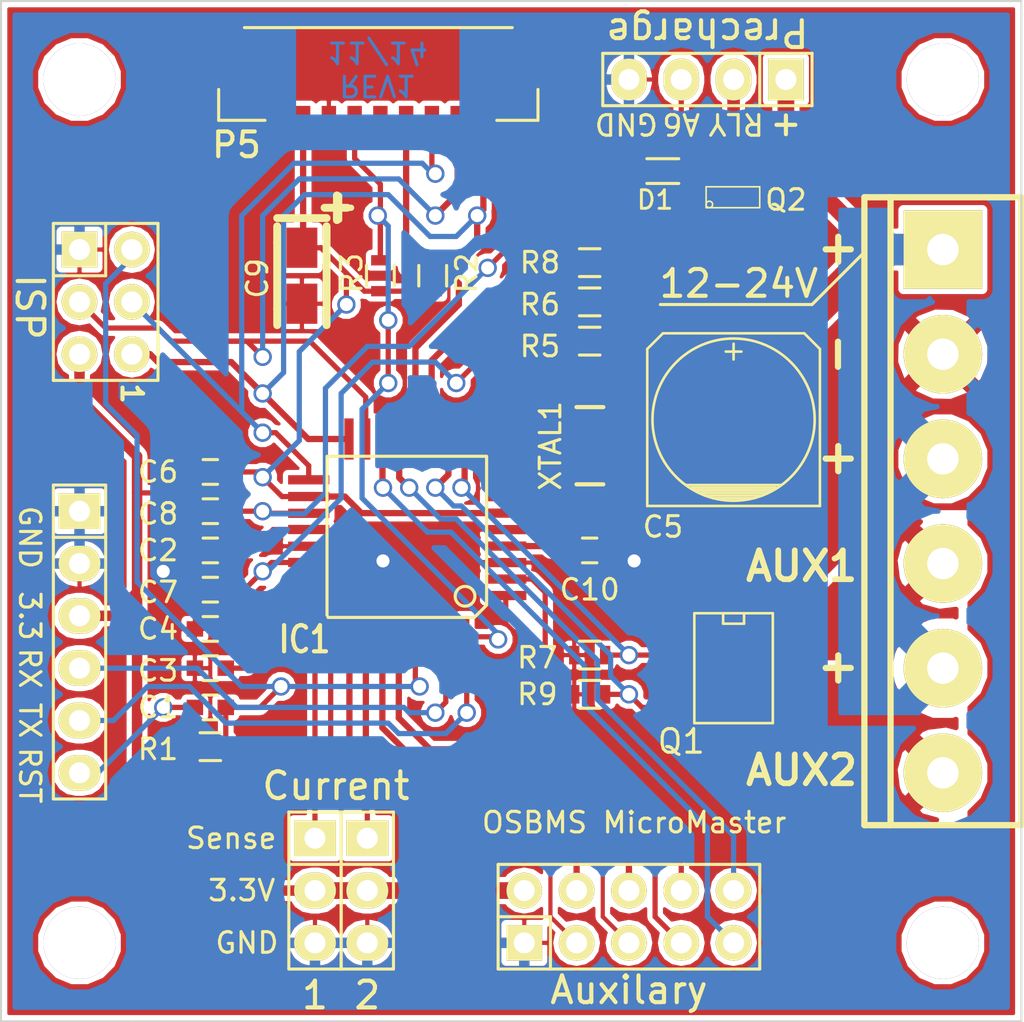
<source format=kicad_pcb>
(kicad_pcb (version 4) (host pcbnew "(2014-10-13 BZR 5186)-product")
  (layers (0 F.Cu signal) (31 B.Cu signal) (34 B.Paste user) (35 F.Paste user) (36 B.SilkS user) (37 F.SilkS user) (38 B.Mask user) (39 F.Mask user) (44 Edge.Cuts user))
  (net 0 "")
  (net 1 /S-RST)
  (net 2 RESET)
  (net 3 GND)
  (net 4 "Net-(C2-Pad2)")
  (net 5 +12V)
  (net 6 +3.3V)
  (net 7 A0)
  (net 8 A1)
  (net 9 "Net-(IC1-Pad8)")
  (net 10 "Net-(IC1-Pad7)")
  (net 11 D4)
  (net 12 D3*)
  (net 13 SCK/13)
  (net 14 A6)
  (net 15 A7)
  (net 16 Int0/2)
  (net 17 TXD)
  (net 18 RXD)
  (net 19 SCL/A5)
  (net 20 SDA/A4)
  (net 21 D5*)
  (net 22 D6*)
  (net 23 D7)
  (net 24 D9*)
  (net 25 D10*)
  (net 26 MISO)
  (net 27 "Net-(P10-Pad2)")
  (net 28 CS_N)
  (net 29 "Net-(P5-Pad5)")
  (net 30 "Net-(P7-Pad4)")
  (net 31 "Net-(P7-Pad6)")
  (net 32 A2)
  (net 33 A3)
  (net 34 MOSI)
  (module Capacitors_SMD:C_0603 (layer F.Cu) (at 35.56 162.56)
    (fp_text reference C1 (at -2.54 0) (layer F.SilkS))
    (fp_text value 100NF hide)
    (pad 1 smd rect (at -0.75 0) (size 0.8 0.75) (layers F.Cu F.Paste F.Mask) (net 1 /S-RST))
    (pad 2 smd rect (at 0.75 0) (size 0.8 0.75) (layers F.Cu F.Paste F.Mask) (net 2 RESET))
  )
  (module Capacitors_SMD:C_0603 (layer F.Cu) (at 35.56 154.94)
    (fp_text reference C2 (at -2.54 0) (layer F.SilkS))
    (fp_text value 100NF hide)
    (pad 1 smd rect (at -0.75 0) (size 0.8 0.75) (layers F.Cu F.Paste F.Mask) (net 3 GND))
    (pad 2 smd rect (at 0.75 0) (size 0.8 0.75) (layers F.Cu F.Paste F.Mask) (net 4 "Net-(C2-Pad2)"))
  )
  (module Capacitors_SMD:C_0603 (layer F.Cu) (at 35.56 160.655)
    (fp_text reference C3 (at -2.54 0.127) (layer F.SilkS))
    (fp_text value 100NF hide)
    (pad 1 smd rect (at -0.75 0) (size 0.8 0.75) (layers F.Cu F.Paste F.Mask) (net 3 GND))
    (pad 2 smd rect (at 0.75 0) (size 0.8 0.75) (layers F.Cu F.Paste F.Mask) (net 8 A1))
  )
  (module Capacitors_SMD:C_0603 (layer F.Cu) (at 35.56 158.75)
    (fp_text reference C4 (at -2.54 0) (layer F.SilkS))
    (fp_text value 100NF hide)
    (pad 1 smd rect (at -0.75 0) (size 0.8 0.75) (layers F.Cu F.Paste F.Mask) (net 3 GND))
    (pad 2 smd rect (at 0.75 0) (size 0.8 0.75) (layers F.Cu F.Paste F.Mask) (net 7 A0))
  )
  (module Capacitors_SMD:c_elec_8x10 (layer F.Cu) (at 60.96 148.59 90)
    (fp_text reference C5 (at -5.207 -3.429 180) (layer F.SilkS))
    (fp_text value CP1 hide)
    (pad 1 smd rect (at 3.2512 0 90) (size 3.50012 2.4003) (layers F.Cu F.Paste F.Mask) (net 5 +12V))
    (pad 2 smd rect (at -3.2512 0 90) (size 3.50012 2.4003) (layers F.Cu F.Paste F.Mask) (net 3 GND))
  )
  (module Capacitors_SMD:C_0603 (layer F.Cu) (at 35.56 151.13)
    (fp_text reference C6 (at -2.54 0) (layer F.SilkS))
    (fp_text value 100NF hide)
    (pad 1 smd rect (at -0.75 0) (size 0.8 0.75) (layers F.Cu F.Paste F.Mask) (net 3 GND))
    (pad 2 smd rect (at 0.75 0) (size 0.8 0.75) (layers F.Cu F.Paste F.Mask) (net 6 +3.3V))
  )
  (module Capacitors_SMD:C_0603 (layer F.Cu) (at 35.56 156.845)
    (fp_text reference C7 (at -2.54 0.127) (layer F.SilkS))
    (fp_text value 100NF hide)
    (pad 1 smd rect (at -0.75 0) (size 0.8 0.75) (layers F.Cu F.Paste F.Mask) (net 3 GND))
    (pad 2 smd rect (at 0.75 0) (size 0.8 0.75) (layers F.Cu F.Paste F.Mask) (net 15 A7))
  )
  (module Capacitors_SMD:C_0603 (layer F.Cu) (at 35.56 153.035)
    (fp_text reference C8 (at -2.54 0.127) (layer F.SilkS))
    (fp_text value 100NF hide)
    (pad 1 smd rect (at -0.75 0) (size 0.8 0.75) (layers F.Cu F.Paste F.Mask) (net 3 GND))
    (pad 2 smd rect (at 0.75 0) (size 0.8 0.75) (layers F.Cu F.Paste F.Mask) (net 14 A6))
  )
  (module Capacitors_Tantalum_SMD:TantalC_SizeA_EIA-3216_Reflow (layer F.Cu) (at 40.005 141.605 270)
    (fp_text reference C9 (at 0.127 2.159 270) (layer F.SilkS))
    (fp_text value "33uF PolC" hide)
    (fp_text user + (at -3.29946 -1.69926 270) (layer F.SilkS) (effects (font (thickness 0.3048))))
    (pad 2 smd rect (at 1.3589 0 270) (size 1.95072 1.50114) (layers F.Cu F.Paste F.Mask) (net 3 GND))
    (pad 1 smd rect (at -1.3589 0 270) (size 1.95072 1.50114) (layers F.Cu F.Paste F.Mask) (net 6 +3.3V))
  )
  (module Capacitors_SMD:C_0603 (layer F.Cu) (at 53.975 154.94)
    (fp_text reference C10 (at 0 1.905) (layer F.SilkS))
    (fp_text value 100nF hide)
    (pad 1 smd rect (at -0.75 0) (size 0.8 0.75) (layers F.Cu F.Paste F.Mask) (net 6 +3.3V))
    (pad 2 smd rect (at 0.75 0) (size 0.8 0.75) (layers F.Cu F.Paste F.Mask) (net 3 GND))
  )
  (module Pin_Headers:Pin_Header_Straight_1x06 (layer F.Cu) (at 29.21 159.385 270)
    (fp_text reference P1 hide)
    (fp_text value CONN_01X06 hide)
    (pad 1 thru_hole rect (at -6.35 0 270) (size 1.7272 2.032) (drill 1.016) (layers *.Cu *.Mask F.SilkS) (net 3 GND))
    (pad 2 thru_hole oval (at -3.81 0 270) (size 1.7272 2.032) (drill 1.016) (layers *.Cu *.Mask F.SilkS) (net 3 GND))
    (pad 3 thru_hole oval (at -1.27 0 270) (size 1.7272 2.032) (drill 1.016) (layers *.Cu *.Mask F.SilkS) (net 6 +3.3V))
    (pad 4 thru_hole oval (at 1.27 0 270) (size 1.7272 2.032) (drill 1.016) (layers *.Cu *.Mask F.SilkS) (net 18 RXD))
    (pad 5 thru_hole oval (at 3.81 0 270) (size 1.7272 2.032) (drill 1.016) (layers *.Cu *.Mask F.SilkS) (net 17 TXD))
    (pad 6 thru_hole oval (at 6.35 0 270) (size 1.7272 2.032) (drill 1.016) (layers *.Cu *.Mask F.SilkS) (net 1 /S-RST))
  )
  (module Pin_Headers:Pin_Header_Straight_2x03 (layer F.Cu) (at 30.48 142.875 270)
    (fp_text reference P2 hide)
    (fp_text value CONN_02X03 hide)
    (pad 1 thru_hole rect (at -2.54 1.27 270) (size 1.7272 1.7272) (drill 1.016) (layers *.Cu *.Mask F.SilkS) (net 3 GND))
    (pad 2 thru_hole oval (at -2.54 -1.27 270) (size 1.7272 1.7272) (drill 1.016) (layers *.Cu *.Mask F.SilkS) (net 2 RESET))
    (pad 3 thru_hole oval (at 0 1.27 270) (size 1.7272 1.7272) (drill 1.016) (layers *.Cu *.Mask F.SilkS) (net 34 MOSI))
    (pad 4 thru_hole oval (at 0 -1.27 270) (size 1.7272 1.7272) (drill 1.016) (layers *.Cu *.Mask F.SilkS) (net 13 SCK/13))
    (pad 5 thru_hole oval (at 2.54 1.27 270) (size 1.7272 1.7272) (drill 1.016) (layers *.Cu *.Mask F.SilkS) (net 6 +3.3V))
    (pad 6 thru_hole oval (at 2.54 -1.27 270) (size 1.7272 1.7272) (drill 1.016) (layers *.Cu *.Mask F.SilkS) (net 26 MISO))
  )
  (module Pin_Headers:Pin_Header_Straight_1x03 (layer F.Cu) (at 40.64 171.45 270)
    (fp_text reference P3 hide)
    (fp_text value CONN_01X03 hide)
    (pad 1 thru_hole rect (at -2.54 0 270) (size 1.7272 2.032) (drill 1.016) (layers *.Cu *.Mask F.SilkS) (net 8 A1))
    (pad 2 thru_hole oval (at 0 0 270) (size 1.7272 2.032) (drill 1.016) (layers *.Cu *.Mask F.SilkS) (net 6 +3.3V))
    (pad 3 thru_hole oval (at 2.54 0 270) (size 1.7272 2.032) (drill 1.016) (layers *.Cu *.Mask F.SilkS) (net 3 GND))
  )
  (module Pin_Headers:Pin_Header_Straight_1x03 (layer F.Cu) (at 43.18 171.45 270)
    (fp_text reference P4 hide)
    (fp_text value CONN_01X03 hide)
    (pad 1 thru_hole rect (at -2.54 0 270) (size 1.7272 2.032) (drill 1.016) (layers *.Cu *.Mask F.SilkS) (net 7 A0))
    (pad 2 thru_hole oval (at 0 0 270) (size 1.7272 2.032) (drill 1.016) (layers *.Cu *.Mask F.SilkS) (net 6 +3.3V))
    (pad 3 thru_hole oval (at 2.54 0 270) (size 1.7272 2.032) (drill 1.016) (layers *.Cu *.Mask F.SilkS) (net 3 GND))
  )
  (module Pin_Headers:Pin_Header_Straight_1x04 (layer F.Cu) (at 59.69 132.08 180)
    (fp_text reference P10 hide)
    (fp_text value CONN_01X04 hide)
    (pad 1 thru_hole rect (at -3.81 0 180) (size 1.7272 2.032) (drill 1.016) (layers *.Cu *.Mask F.SilkS) (net 5 +12V))
    (pad 2 thru_hole oval (at -1.27 0 180) (size 1.7272 2.032) (drill 1.016) (layers *.Cu *.Mask F.SilkS) (net 27 "Net-(P10-Pad2)"))
    (pad 3 thru_hole oval (at 1.27 0 180) (size 1.7272 2.032) (drill 1.016) (layers *.Cu *.Mask F.SilkS) (net 14 A6))
    (pad 4 thru_hole oval (at 3.81 0 180) (size 1.7272 2.032) (drill 1.016) (layers *.Cu *.Mask F.SilkS) (net 3 GND))
  )
  (module SMD_Packages:SOIC-8-W (layer F.Cu) (at 60.96 160.655 270)
    (fp_text reference Q1 (at 3.556 2.54 360) (layer F.SilkS) (effects (font (size 1.143 1.143) (thickness 0.1524))))
    (fp_text value FDS6892A hide)
    (pad 8 smd rect (at -1.905 -2.667 270) (size 0.59944 1.39954) (layers F.Cu F.Paste F.Mask) (net 30 "Net-(P7-Pad4)"))
    (pad 1 smd rect (at -1.905 2.667 270) (size 0.59944 1.39954) (layers F.Cu F.Paste F.Mask) (net 3 GND))
    (pad 7 smd rect (at -0.635 -2.667 270) (size 0.59944 1.39954) (layers F.Cu F.Paste F.Mask) (net 30 "Net-(P7-Pad4)"))
    (pad 6 smd rect (at 0.635 -2.667 270) (size 0.59944 1.39954) (layers F.Cu F.Paste F.Mask) (net 31 "Net-(P7-Pad6)"))
    (pad 5 smd rect (at 1.905 -2.667 270) (size 0.59944 1.39954) (layers F.Cu F.Paste F.Mask) (net 31 "Net-(P7-Pad6)"))
    (pad 2 smd rect (at -0.635 2.667 270) (size 0.59944 1.39954) (layers F.Cu F.Paste F.Mask) (net 21 D5*))
    (pad 3 smd rect (at 0.635 2.667 270) (size 0.59944 1.39954) (layers F.Cu F.Paste F.Mask) (net 3 GND))
    (pad 4 smd rect (at 1.905 2.667 270) (size 0.59944 1.39954) (layers F.Cu F.Paste F.Mask) (net 22 D6*))
  )
  (module SOT-23 (layer F.Cu) (at 60.96 137.795)
    (fp_text reference Q2 (at 2.54 0.127) (layer F.SilkS))
    (fp_text value BSS138 hide)
    (pad 3 smd rect (at 0 -1.09982) (size 0.8001 1.00076) (layers F.Cu F.Paste F.Mask) (net 27 "Net-(P10-Pad2)"))
    (pad 2 smd rect (at 0.9525 1.09982) (size 0.8001 1.00076) (layers F.Cu F.Paste F.Mask) (net 3 GND))
    (pad 1 smd rect (at -0.9525 1.09982) (size 0.8001 1.00076) (layers F.Cu F.Paste F.Mask) (net 23 D7))
  )
  (module Resistors_SMD:R_0603 (layer F.Cu) (at 35.56 164.465 180)
    (fp_text reference R1 (at 2.54 -0.127 180) (layer F.SilkS))
    (fp_text value 10K hide)
    (pad 1 smd rect (at -0.75 0 180) (size 0.5 0.9) (layers F.Cu F.Paste F.Mask) (net 2 RESET))
    (pad 2 smd rect (at 0.75 0 180) (size 0.5 0.9) (layers F.Cu F.Paste F.Mask) (net 6 +3.3V))
  )
  (module Resistors_SMD:R_0603 (layer F.Cu) (at 46.355 141.605 90)
    (fp_text reference R2 (at 0.127 1.651 90) (layer F.SilkS))
    (fp_text value 10K hide)
    (pad 1 smd rect (at -0.75 0 90) (size 0.5 0.9) (layers F.Cu F.Paste F.Mask) (net 6 +3.3V))
    (pad 2 smd rect (at 0.75 0 90) (size 0.5 0.9) (layers F.Cu F.Paste F.Mask) (net 26 MISO))
  )
  (module Resistors_SMD:R_0603 (layer F.Cu) (at 43.815 141.605 90)
    (fp_text reference R3 (at 0.127 -1.397 90) (layer F.SilkS))
    (fp_text value 10K hide)
    (pad 1 smd rect (at -0.75 0 90) (size 0.5 0.9) (layers F.Cu F.Paste F.Mask) (net 6 +3.3V))
    (pad 2 smd rect (at 0.75 0 90) (size 0.5 0.9) (layers F.Cu F.Paste F.Mask) (net 16 Int0/2))
  )
  (module Resistors_SMD:R_0603 (layer F.Cu) (at 53.975 144.78)
    (fp_text reference R5 (at -2.413 0.254) (layer F.SilkS))
    (fp_text value "50k ohm" hide)
    (pad 1 smd rect (at -0.75 0) (size 0.5 0.9) (layers F.Cu F.Paste F.Mask) (net 15 A7))
    (pad 2 smd rect (at 0.75 0) (size 0.5 0.9) (layers F.Cu F.Paste F.Mask) (net 5 +12V))
  )
  (module Resistors_SMD:R_0603 (layer F.Cu) (at 53.975 142.875 180)
    (fp_text reference R6 (at 2.413 -0.127 180) (layer F.SilkS))
    (fp_text value "5k ohm" hide)
    (pad 1 smd rect (at -0.75 0 180) (size 0.5 0.9) (layers F.Cu F.Paste F.Mask) (net 3 GND))
    (pad 2 smd rect (at 0.75 0 180) (size 0.5 0.9) (layers F.Cu F.Paste F.Mask) (net 15 A7))
  )
  (module Resistors_SMD:R_0603 (layer F.Cu) (at 53.975 160.02)
    (fp_text reference R7 (at -2.54 0.127) (layer F.SilkS))
    (fp_text value 10K hide)
    (pad 1 smd rect (at -0.75 0) (size 0.5 0.9) (layers F.Cu F.Paste F.Mask) (net 3 GND))
    (pad 2 smd rect (at 0.75 0) (size 0.5 0.9) (layers F.Cu F.Paste F.Mask) (net 21 D5*))
  )
  (module Resistors_SMD:R_0603 (layer F.Cu) (at 53.975 140.97 180)
    (fp_text reference R8 (at 2.413 0 180) (layer F.SilkS))
    (fp_text value 10K hide)
    (pad 1 smd rect (at -0.75 0 180) (size 0.5 0.9) (layers F.Cu F.Paste F.Mask) (net 3 GND))
    (pad 2 smd rect (at 0.75 0 180) (size 0.5 0.9) (layers F.Cu F.Paste F.Mask) (net 23 D7))
  )
  (module Resistors_SMD:R_0603 (layer F.Cu) (at 53.975 161.925)
    (fp_text reference R9 (at -2.54 0) (layer F.SilkS))
    (fp_text value 10K hide)
    (pad 1 smd rect (at -0.75 0) (size 0.5 0.9) (layers F.Cu F.Paste F.Mask) (net 3 GND))
    (pad 2 smd rect (at 0.75 0) (size 0.5 0.9) (layers F.Cu F.Paste F.Mask) (net 22 D6*))
  )
  (module MyCustomParts:Connector_SMD_GH_SIDECONN_1X9_1.25MM_45515711ND (layer F.Cu) (at 43.815 130.81 180)
    (fp_text reference P5 (at 6.985 -4.445 180) (layer F.SilkS) (effects (font (size 1.2 1.2) (thickness 0.2))))
    (fp_text value CONN_01X09 hide)
    (pad 1 smd rect (at -5 -3.4 180) (size 0.7 1.7) (layers F.Cu F.Paste F.Mask) (net 26 MISO))
    (pad "" smd rect (at -7.15 0 180) (size 1 2.8) (layers F.Cu F.Paste F.Mask))
    (pad 2 smd rect (at -3.75 -3.4 180) (size 0.7 1.7) (layers F.Cu F.Paste F.Mask) (net 34 MOSI))
    (pad 3 smd rect (at -2.5 -3.4 180) (size 0.7 1.7) (layers F.Cu F.Paste F.Mask) (net 13 SCK/13))
    (pad 4 smd rect (at -1.25 -3.4 180) (size 0.7 1.7) (layers F.Cu F.Paste F.Mask) (net 28 CS_N))
    (pad 5 smd rect (at 0 -3.4 180) (size 0.7 1.7) (layers F.Cu F.Paste F.Mask) (net 29 "Net-(P5-Pad5)"))
    (pad 6 smd rect (at 1.25 -3.4 180) (size 0.7 1.7) (layers F.Cu F.Paste F.Mask) (net 16 Int0/2))
    (pad 7 smd rect (at 2.5 -3.4 180) (size 0.7 1.7) (layers F.Cu F.Paste F.Mask) (net 3 GND))
    (pad 8 smd rect (at 3.75 -3.4 180) (size 0.7 1.7) (layers F.Cu F.Paste F.Mask) (net 6 +3.3V))
    (pad 9 smd rect (at 5 -3.4 180) (size 0.7 1.7) (layers F.Cu F.Paste F.Mask) (net 3 GND))
    (pad "" smd rect (at 7.35 0 180) (size 1 2.8) (layers F.Cu F.Paste F.Mask))
  )
  (module Connect:bornier6 (layer F.Cu) (at 71.12 153.035 270)
    (fp_text reference P7 hide)
    (fp_text value CONN_01X06 hide)
    (pad 2 thru_hole circle (at -7.62 0 270) (size 3.81 3.81) (drill 1.524) (layers *.Cu *.Mask F.SilkS) (net 3 GND))
    (pad 3 thru_hole circle (at -2.54 0 270) (size 3.81 3.81) (drill 1.524) (layers *.Cu *.Mask F.SilkS) (net 5 +12V))
    (pad 1 thru_hole rect (at -12.7 0 270) (size 3.81 3.81) (drill 1.524) (layers *.Cu *.Mask F.SilkS) (net 5 +12V))
    (pad 4 thru_hole circle (at 2.54 0 270) (size 3.81 3.81) (drill 1.524) (layers *.Cu *.Mask F.SilkS) (net 30 "Net-(P7-Pad4)"))
    (pad 5 thru_hole circle (at 7.62 0 270) (size 3.81 3.81) (drill 1.524) (layers *.Cu *.Mask F.SilkS) (net 5 +12V))
    (pad 6 thru_hole circle (at 12.7 0 270) (size 3.81 3.81) (drill 1.524) (layers *.Cu *.Mask F.SilkS) (net 31 "Net-(P7-Pad6)"))
  )
  (module Mounting_Holes:MountingHole_3-5mm (layer F.Cu) (at 71.12 173.99)
    (fp_text reference MH hide)
    (fp_text value MountingHole_3-5mm_RevA_Date21Jun2010 hide)
    (pad 1 thru_hole circle (at 0 0) (size 3.50012 3.50012) (drill 3.50012) (layers))
  )
  (module Mounting_Holes:MountingHole_3-5mm (layer F.Cu) (at 29.21 173.99)
    (fp_text reference MH hide)
    (fp_text value MountingHole_3-5mm_RevA_Date21Jun2010 hide)
    (pad 1 thru_hole circle (at 0 0) (size 3.50012 3.50012) (drill 3.50012) (layers))
  )
  (module Mounting_Holes:MountingHole_3-5mm (layer F.Cu) (at 29.21 132.08)
    (fp_text reference MH hide)
    (fp_text value MountingHole_3-5mm_RevA_Date21Jun2010 hide)
    (pad 1 thru_hole circle (at 0 0) (size 3.50012 3.50012) (drill 3.50012) (layers))
  )
  (module Mounting_Holes:MountingHole_3-5mm (layer F.Cu) (at 71.12 132.08)
    (fp_text reference MH hide)
    (fp_text value MountingHole_3-5mm_RevA_Date21Jun2010 hide)
    (pad 1 thru_hole circle (at 0 0) (size 3.50012 3.50012) (drill 3.50012) (layers))
  )
  (module Pin_Headers:Pin_Header_Straight_2x05 (layer F.Cu) (at 55.88 172.72)
    (fp_text reference P6 hide)
    (fp_text value CONN_01X10 hide)
    (pad 1 thru_hole rect (at -5.08 1.27) (size 1.7272 1.7272) (drill 1.016) (layers *.Cu *.Mask F.SilkS) (net 3 GND))
    (pad 2 thru_hole oval (at -5.08 -1.27) (size 1.7272 1.7272) (drill 1.016) (layers *.Cu *.Mask F.SilkS) (net 6 +3.3V))
    (pad 3 thru_hole oval (at -2.54 1.27) (size 1.7272 1.7272) (drill 1.016) (layers *.Cu *.Mask F.SilkS) (net 32 A2))
    (pad 4 thru_hole oval (at -2.54 -1.27) (size 1.7272 1.7272) (drill 1.016) (layers *.Cu *.Mask F.SilkS) (net 33 A3))
    (pad 5 thru_hole oval (at 0 1.27) (size 1.7272 1.7272) (drill 1.016) (layers *.Cu *.Mask F.SilkS) (net 20 SDA/A4))
    (pad 6 thru_hole oval (at 0 -1.27) (size 1.7272 1.7272) (drill 1.016) (layers *.Cu *.Mask F.SilkS) (net 19 SCL/A5))
    (pad 7 thru_hole oval (at 2.54 1.27) (size 1.7272 1.7272) (drill 1.016) (layers *.Cu *.Mask F.SilkS) (net 12 D3*))
    (pad 8 thru_hole oval (at 2.54 -1.27) (size 1.7272 1.7272) (drill 1.016) (layers *.Cu *.Mask F.SilkS) (net 11 D4))
    (pad 9 thru_hole oval (at 5.08 1.27) (size 1.7272 1.7272) (drill 1.016) (layers *.Cu *.Mask F.SilkS) (net 25 D10*))
    (pad 10 thru_hole oval (at 5.08 -1.27) (size 1.7272 1.7272) (drill 1.016) (layers *.Cu *.Mask F.SilkS) (net 24 D9*))
  )
  (module SMD_Packages:SOD-523 (layer F.Cu) (at 57.15 136.525)
    (fp_text reference D1 (at 0 1.397) (layer F.SilkS) (effects (font (size 0.9 0.9) (thickness 0.14))))
    (fp_text value 3.3vZENER hide)
    (pad 1 smd rect (at -0.7 0) (size 0.6 0.7) (layers F.Cu F.Paste F.Mask) (net 3 GND))
    (pad 2 smd rect (at 0.7 0) (size 0.6 0.7) (layers F.Cu F.Paste F.Mask) (net 14 A6))
  )
  (module MyCustomParts:RESONATOR-SMD-mutera (layer F.Cu) (at 53.975 149.86 270)
    (fp_text reference XTAL1 (at 0 1.905 270) (layer F.SilkS))
    (fp_text value "8mhz resonator" hide)
    (pad 1 smd oval (at -1.2 0 270) (size 0.45 1.905) (layers F.Cu F.Paste F.Mask) (net 9 "Net-(IC1-Pad8)"))
    (pad 2 smd oval (at 0 0 270) (size 0.45 1.905) (layers F.Cu F.Paste F.Mask) (net 3 GND))
    (pad 3 smd oval (at 1.2 0 270) (size 0.45 1.905) (layers F.Cu F.Paste F.Mask) (net 10 "Net-(IC1-Pad7)"))
  )
  (module MyCustomParts:TQFP-32 (layer F.Cu) (at 45.085 154.305 180)
    (fp_text reference IC1 (at 4.953 -4.953 180) (layer F.SilkS) (effects (font (size 1.27 1.016) (thickness 0.2032))))
    (fp_text value ATMEGA328P-A hide)
    (pad 8 smd rect (at -4.81584 2.77622 180) (size 1.99898 0.44958) (layers F.Cu F.Paste F.Mask) (net 9 "Net-(IC1-Pad8)"))
    (pad 7 smd rect (at -4.81584 1.97612 180) (size 1.99898 0.44958) (layers F.Cu F.Paste F.Mask) (net 10 "Net-(IC1-Pad7)"))
    (pad 6 smd rect (at -4.81584 1.17602 180) (size 1.99898 0.44958) (layers F.Cu F.Paste F.Mask) (net 6 +3.3V))
    (pad 5 smd rect (at -4.81584 0.37592 180) (size 1.99898 0.44958) (layers F.Cu F.Paste F.Mask) (net 3 GND))
    (pad 4 smd rect (at -4.81584 -0.42418 180) (size 1.99898 0.44958) (layers F.Cu F.Paste F.Mask) (net 6 +3.3V))
    (pad 3 smd rect (at -4.81584 -1.22428 180) (size 1.99898 0.44958) (layers F.Cu F.Paste F.Mask) (net 3 GND))
    (pad 2 smd rect (at -4.81584 -2.02438 180) (size 1.99898 0.44958) (layers F.Cu F.Paste F.Mask) (net 11 D4))
    (pad 1 smd rect (at -4.81584 -2.82448 180) (size 1.99898 0.44958) (layers F.Cu F.Paste F.Mask) (net 12 D3*))
    (pad 24 smd rect (at 4.7498 -2.8194 180) (size 1.99898 0.44958) (layers F.Cu F.Paste F.Mask) (net 8 A1))
    (pad 17 smd rect (at 4.7498 2.794 180) (size 1.99898 0.44958) (layers F.Cu F.Paste F.Mask) (net 13 SCK/13))
    (pad 18 smd rect (at 4.7498 1.9812 180) (size 1.99898 0.44958) (layers F.Cu F.Paste F.Mask) (net 6 +3.3V))
    (pad 19 smd rect (at 4.7498 1.1684 180) (size 1.99898 0.44958) (layers F.Cu F.Paste F.Mask) (net 14 A6))
    (pad 20 smd rect (at 4.7498 0.381 180) (size 1.99898 0.44958) (layers F.Cu F.Paste F.Mask) (net 4 "Net-(C2-Pad2)"))
    (pad 21 smd rect (at 4.7498 -0.4318 180) (size 1.99898 0.44958) (layers F.Cu F.Paste F.Mask) (net 3 GND))
    (pad 22 smd rect (at 4.7498 -1.2192 180) (size 1.99898 0.44958) (layers F.Cu F.Paste F.Mask) (net 15 A7))
    (pad 23 smd rect (at 4.7498 -2.032 180) (size 1.99898 0.44958) (layers F.Cu F.Paste F.Mask) (net 7 A0))
    (pad 32 smd rect (at -2.82448 -4.826 180) (size 0.44958 1.99898) (layers F.Cu F.Paste F.Mask) (net 16 Int0/2))
    (pad 31 smd rect (at -2.02692 -4.826 180) (size 0.44958 1.99898) (layers F.Cu F.Paste F.Mask) (net 17 TXD))
    (pad 30 smd rect (at -1.22428 -4.826 180) (size 0.44958 1.99898) (layers F.Cu F.Paste F.Mask) (net 18 RXD))
    (pad 29 smd rect (at -0.42672 -4.826 180) (size 0.44958 1.99898) (layers F.Cu F.Paste F.Mask) (net 2 RESET))
    (pad 28 smd rect (at 0.37592 -4.826 180) (size 0.44958 1.99898) (layers F.Cu F.Paste F.Mask) (net 19 SCL/A5))
    (pad 27 smd rect (at 1.17348 -4.826 180) (size 0.44958 1.99898) (layers F.Cu F.Paste F.Mask) (net 20 SDA/A4))
    (pad 26 smd rect (at 1.97612 -4.826 180) (size 0.44958 1.99898) (layers F.Cu F.Paste F.Mask) (net 33 A3))
    (pad 25 smd rect (at 2.77368 -4.826 180) (size 0.44958 1.99898) (layers F.Cu F.Paste F.Mask) (net 32 A2))
    (pad 9 smd rect (at -2.8194 4.7752 180) (size 0.44958 1.99898) (layers F.Cu F.Paste F.Mask) (net 21 D5*))
    (pad 10 smd rect (at -2.032 4.7752 180) (size 0.44958 1.99898) (layers F.Cu F.Paste F.Mask) (net 22 D6*))
    (pad 11 smd rect (at -1.2192 4.7752 180) (size 0.44958 1.99898) (layers F.Cu F.Paste F.Mask) (net 23 D7))
    (pad 12 smd rect (at -0.4318 4.7752 180) (size 0.44958 1.99898) (layers F.Cu F.Paste F.Mask) (net 28 CS_N))
    (pad 13 smd rect (at 0.3556 4.7752 180) (size 0.44958 1.99898) (layers F.Cu F.Paste F.Mask) (net 24 D9*))
    (pad 14 smd rect (at 1.1684 4.7752 180) (size 0.44958 1.99898) (layers F.Cu F.Paste F.Mask) (net 25 D10*))
    (pad 15 smd rect (at 1.9812 4.7752 180) (size 0.44958 1.99898) (layers F.Cu F.Paste F.Mask) (net 34 MOSI))
    (pad 16 smd rect (at 2.794 4.7752 180) (size 0.44958 1.99898) (layers F.Cu F.Paste F.Mask) (net 26 MISO))
  )
  (gr_text "  REV1  \n11/14" (at 43.688 131.572 180) (layer B.Cu) (effects (font (size 1 1)) (justify mirror)))
  (gr_text "OSBMS MicroMaster" (at 56.134 168.148) (layer F.SilkS) (effects (font (size 1 1))))
  (gr_text 1 (at 31.75 147.32 270) (layer F.SilkS) (effects (font (size 1 1) (thickness 0.2))))
  (gr_line (start 64.77 143.002) (end 57.404 143.002) (angle 90) (layer F.SilkS) (width 0.15))
  (gr_line (start 67.31 140.462) (end 64.77 143.002) (angle 90) (layer F.SilkS) (width 0.15))
  (gr_text 12-24V (at 61.214 141.986) (layer F.SilkS) (effects (font (size 1.3 1.3) (thickness 0.2))))
  (gr_text AUX1 (at 64.262 155.702) (layer F.SilkS) (effects (font (size 1.4 1.4) (thickness 0.28))))
  (gr_text AUX2 (at 64.262 165.608) (layer F.SilkS) (effects (font (size 1.4 1.4) (thickness 0.28))))
  (gr_text _ (at 65.151 145.415 90) (layer F.SilkS) (effects (font (size 1.6 1.6) (thickness 0.3))))
  (gr_text + (at 66.04 160.528) (layer F.SilkS) (effects (font (size 1.6 1.6) (thickness 0.3))))
  (gr_text + (at 66.04 150.368) (layer F.SilkS) (effects (font (size 1.6 1.6) (thickness 0.3))))
  (gr_text + (at 66.04 140.208) (layer F.SilkS) (effects (font (size 1.6 1.6) (thickness 0.3))))
  (gr_text + (at 63.5 134.366 180) (layer F.SilkS) (effects (font (size 1.2 1.2) (thickness 0.2))))
  (gr_text RLY (at 61.087 134.239 180) (layer F.SilkS) (effects (font (size 1 1))))
  (gr_text A6 (at 58.42 134.239 180) (layer F.SilkS) (effects (font (size 1 1))))
  (gr_text GND (at 55.753 134.239 180) (layer F.SilkS) (effects (font (size 1 1))))
  (gr_text ISP (at 26.797 143.129 270) (layer F.SilkS) (effects (font (size 1.3 1.3) (thickness 0.2))))
  (gr_text "RST\n" (at 26.797 165.862 270) (layer F.SilkS) (effects (font (size 1 1))))
  (gr_text GND (at 26.797 154.305 270) (layer F.SilkS) (effects (font (size 1 1))))
  (gr_text 3.3 (at 26.797 158.115 270) (layer F.SilkS) (effects (font (size 1 1))))
  (gr_text RX (at 26.797 160.655 270) (layer F.SilkS) (effects (font (size 1 1))))
  (gr_text TX (at 26.797 163.195 270) (layer F.SilkS) (effects (font (size 1 1))))
  (gr_text Sense (at 36.576 168.91) (layer F.SilkS) (effects (font (size 1 1))))
  (gr_text 3.3V (at 37.084 171.45) (layer F.SilkS) (effects (font (size 1 1))))
  (gr_text GND (at 37.338 173.99) (layer F.SilkS) (effects (font (size 1 1))))
  (gr_text 2 (at 43.18 176.53) (layer F.SilkS) (effects (font (size 1.3 1.3) (thickness 0.2))))
  (gr_text 1 (at 40.64 176.53) (layer F.SilkS) (effects (font (size 1.3 1.3) (thickness 0.2))))
  (gr_text Current (at 41.656 166.37) (layer F.SilkS) (effects (font (size 1.3 1.3) (thickness 0.2))))
  (gr_text Auxilary (at 55.88 176.276) (layer F.SilkS) (effects (font (size 1.3 1.3) (thickness 0.2))))
  (gr_text Precharge (at 59.69 129.794 180) (layer F.SilkS) (effects (font (size 1.3 1.3) (thickness 0.2))))
  (gr_line (start 74.93 177.8) (end 31.75 177.8) (angle 90) (layer Edge.Cuts) (width 0.1))
  (gr_line (start 74.93 128.27) (end 74.93 177.8) (angle 90) (layer Edge.Cuts) (width 0.1))
  (gr_line (start 25.4 128.27) (end 74.93 128.27) (angle 90) (layer Edge.Cuts) (width 0.1))
  (gr_line (start 25.4 177.8) (end 25.4 128.27) (angle 90) (layer Edge.Cuts) (width 0.1))
  (gr_line (start 25.4 177.8) (end 31.75 177.8) (angle 90) (layer Edge.Cuts) (width 0.1))
  (segment (start 34.81 162.56) (end 33.274 162.56) (width 0.254) (layer F.Cu) (net 1))
  (segment (start 33.274 162.56) (end 30.099 165.735) (width 0.254) (layer B.Cu) (net 1))
  (via (at 33.274 162.56) (size 0.889) (layers F.Cu B.Cu) (net 1))
  (segment (start 30.099 165.735) (end 29.21 165.735) (width 0.254) (layer B.Cu) (net 1))
  (segment (start 38.989 161.544) (end 37.084 161.544) (width 0.254) (layer B.Cu) (net 2))
  (segment (start 30.48 141.986) (end 31.75 140.716) (width 0.254) (layer B.Cu) (net 2))
  (segment (start 30.48 147.828) (end 30.48 141.986) (width 0.254) (layer B.Cu) (net 2))
  (segment (start 32.004 149.352) (end 30.48 147.828) (width 0.254) (layer B.Cu) (net 2))
  (segment (start 32.004 156.464) (end 32.004 149.352) (width 0.254) (layer B.Cu) (net 2))
  (segment (start 37.084 161.544) (end 32.004 156.464) (width 0.254) (layer B.Cu) (net 2))
  (segment (start 31.75 140.716) (end 31.75 140.335) (width 0.254) (layer B.Cu) (net 2))
  (segment (start 45.72 161.544) (end 38.989 161.544) (width 0.254) (layer B.Cu) (net 2))
  (segment (start 37.973 162.56) (end 38.989 161.544) (width 0.254) (layer F.Cu) (net 2))
  (via (at 38.989 161.544) (size 0.889) (layers F.Cu B.Cu) (net 2))
  (segment (start 36.31 162.56) (end 37.973 162.56) (width 0.254) (layer F.Cu) (net 2))
  (segment (start 45.51172 161.33572) (end 45.72 161.544) (width 0.254) (layer F.Cu) (net 2))
  (via (at 45.72 161.544) (size 0.889) (layers F.Cu B.Cu) (net 2))
  (segment (start 45.51172 161.33572) (end 45.51172 159.131) (width 0.254) (layer F.Cu) (net 2))
  (segment (start 36.31 162.56) (end 36.31 164.465) (width 0.254) (layer F.Cu) (net 2))
  (segment (start 71.12 145.415) (end 71.12 145.542) (width 0.8128) (layer F.Cu) (net 3))
  (segment (start 71.12 145.542) (end 72.898 147.32) (width 0.8128) (layer F.Cu) (net 3))
  (segment (start 71.12 145.415) (end 71.247 145.415) (width 0.8128) (layer F.Cu) (net 3))
  (segment (start 71.247 145.415) (end 72.898 143.764) (width 0.8128) (layer F.Cu) (net 3))
  (segment (start 71.12 145.415) (end 70.993 145.415) (width 0.8128) (layer F.Cu) (net 3))
  (segment (start 70.993 145.415) (end 69.342 143.764) (width 0.8128) (layer F.Cu) (net 3))
  (segment (start 70.993 145.415) (end 69.088 147.32) (width 0.8128) (layer F.Cu) (net 3))
  (segment (start 60.96 151.8412) (end 60.96 157.734) (width 0.508) (layer F.Cu) (net 3))
  (segment (start 60.96 157.734) (end 59.944 158.75) (width 0.508) (layer F.Cu) (net 3))
  (segment (start 60.96 151.8412) (end 60.96 149.098) (width 0.508) (layer F.Cu) (net 3))
  (segment (start 58.293 158.75) (end 56.642 158.75) (width 0.508) (layer F.Cu) (net 3))
  (segment (start 58.293 161.29) (end 59.944 161.29) (width 0.508) (layer F.Cu) (net 3))
  (segment (start 59.944 161.29) (end 59.944 158.75) (width 0.508) (layer F.Cu) (net 3))
  (segment (start 59.944 158.75) (end 58.293 158.75) (width 0.508) (layer F.Cu) (net 3))
  (segment (start 34.81 156.845) (end 34.163 156.845) (width 0.254) (layer F.Cu) (net 3))
  (via (at 33.274 155.956) (size 0.889) (layers F.Cu B.Cu) (net 3))
  (segment (start 34.163 156.845) (end 33.274 155.956) (width 0.254) (layer F.Cu) (net 3))
  (segment (start 54.725 154.94) (end 55.626 154.94) (width 0.254) (layer F.Cu) (net 3))
  (via (at 56.134 155.448) (size 0.889) (layers F.Cu B.Cu) (net 3))
  (segment (start 55.626 154.94) (end 56.134 155.448) (width 0.254) (layer F.Cu) (net 3))
  (segment (start 49.90084 155.52928) (end 44.02328 155.52928) (width 0.254) (layer F.Cu) (net 3))
  (via (at 43.942 155.448) (size 0.889) (layers F.Cu B.Cu) (net 3))
  (segment (start 44.02328 155.52928) (end 43.942 155.448) (width 0.254) (layer F.Cu) (net 3))
  (segment (start 40.3352 153.924) (end 38.608 153.924) (width 0.254) (layer F.Cu) (net 4))
  (segment (start 37.592 154.94) (end 36.31 154.94) (width 0.254) (layer F.Cu) (net 4))
  (segment (start 38.608 153.924) (end 37.592 154.94) (width 0.254) (layer F.Cu) (net 4))
  (segment (start 54.725 144.78) (end 60.4012 144.78) (width 0.254) (layer F.Cu) (net 5))
  (segment (start 60.4012 144.78) (end 60.96 145.3388) (width 0.254) (layer F.Cu) (net 5))
  (segment (start 63.5 132.08) (end 63.5 135.89) (width 0.8128) (layer F.Cu) (net 5))
  (segment (start 63.5 135.89) (end 67.945 140.335) (width 0.8128) (layer F.Cu) (net 5))
  (segment (start 71.12 140.335) (end 67.945 140.335) (width 1.524) (layer F.Cu) (net 5))
  (segment (start 62.9412 145.3388) (end 60.96 145.3388) (width 1.524) (layer F.Cu) (net 5))
  (segment (start 67.945 140.335) (end 62.9412 145.3388) (width 1.524) (layer F.Cu) (net 5))
  (segment (start 40.3352 152.3238) (end 39.0398 152.3238) (width 0.254) (layer F.Cu) (net 6))
  (segment (start 39.0398 152.3238) (end 38.1 151.384) (width 0.254) (layer F.Cu) (net 6))
  (segment (start 38.608 150.876) (end 38.1 151.384) (width 0.254) (layer B.Cu) (net 6))
  (via (at 38.1 151.384) (size 0.889) (layers F.Cu B.Cu) (net 6))
  (segment (start 42.164 143.002) (end 39.878 145.288) (width 0.254) (layer B.Cu) (net 6))
  (segment (start 42.164 141.478) (end 42.164 143.002) (width 0.254) (layer F.Cu) (net 6))
  (via (at 42.164 143.002) (size 0.889) (layers F.Cu B.Cu) (net 6))
  (segment (start 40.9321 140.2461) (end 42.164 141.478) (width 0.254) (layer F.Cu) (net 6))
  (segment (start 39.878 149.606) (end 38.608 150.876) (width 0.254) (layer B.Cu) (net 6))
  (segment (start 39.878 145.288) (end 39.878 149.606) (width 0.254) (layer B.Cu) (net 6))
  (segment (start 37.846 151.13) (end 37.465 151.13) (width 0.254) (layer F.Cu) (net 6))
  (segment (start 37.465 151.13) (end 36.31 151.13) (width 0.254) (layer F.Cu) (net 6))
  (segment (start 38.1 151.384) (end 37.846 151.13) (width 0.254) (layer F.Cu) (net 6))
  (segment (start 40.005 140.2461) (end 40.9321 140.2461) (width 0.254) (layer F.Cu) (net 6))
  (segment (start 43.041 142.355) (end 43.815 142.355) (width 0.254) (layer F.Cu) (net 6))
  (segment (start 40.9321 140.2461) (end 43.041 142.355) (width 0.254) (layer F.Cu) (net 6))
  (segment (start 46.355 142.355) (end 43.815 142.355) (width 0.254) (layer F.Cu) (net 6))
  (segment (start 34.81 164.465) (end 32.004 164.465) (width 0.254) (layer F.Cu) (net 6))
  (segment (start 32.004 164.465) (end 32.004 164.592) (width 0.254) (layer F.Cu) (net 6))
  (segment (start 40.64 171.45) (end 37.846 171.45) (width 0.508) (layer F.Cu) (net 6))
  (segment (start 32.004 165.608) (end 32.004 164.592) (width 0.508) (layer F.Cu) (net 6))
  (segment (start 32.004 164.592) (end 32.004 156.972) (width 0.508) (layer F.Cu) (net 6))
  (segment (start 37.846 171.45) (end 32.004 165.608) (width 0.508) (layer F.Cu) (net 6))
  (segment (start 32.004 150.368) (end 31.496 149.86) (width 0.508) (layer F.Cu) (net 6))
  (segment (start 31.496 149.86) (end 29.21 147.574) (width 0.508) (layer F.Cu) (net 6))
  (segment (start 29.21 147.574) (end 29.21 145.415) (width 0.508) (layer F.Cu) (net 6))
  (segment (start 32.004 152.146) (end 32.004 150.368) (width 0.508) (layer F.Cu) (net 6))
  (segment (start 32.004 156.972) (end 32.004 152.146) (width 0.508) (layer F.Cu) (net 6))
  (segment (start 29.21 158.115) (end 30.861 158.115) (width 0.508) (layer F.Cu) (net 6))
  (segment (start 30.861 158.115) (end 32.004 156.972) (width 0.508) (layer F.Cu) (net 6))
  (segment (start 50.8 171.45) (end 43.18 171.45) (width 0.8128) (layer F.Cu) (net 6))
  (segment (start 43.18 171.45) (end 40.64 171.45) (width 0.8128) (layer F.Cu) (net 6))
  (segment (start 51.85918 154.72918) (end 52.07 154.94) (width 0.3048) (layer F.Cu) (net 6))
  (segment (start 52.07 154.94) (end 53.225 154.94) (width 0.3048) (layer F.Cu) (net 6))
  (segment (start 51.816 154.72918) (end 51.85918 154.72918) (width 0.3048) (layer F.Cu) (net 6))
  (segment (start 49.90084 154.72918) (end 51.816 154.72918) (width 0.3048) (layer F.Cu) (net 6))
  (segment (start 51.27498 153.12898) (end 51.816 153.67) (width 0.3048) (layer F.Cu) (net 6))
  (segment (start 51.816 153.67) (end 51.816 154.72918) (width 0.3048) (layer F.Cu) (net 6))
  (segment (start 49.90084 153.12898) (end 51.27498 153.12898) (width 0.3048) (layer F.Cu) (net 6))
  (segment (start 36.31 151.904) (end 36.068 152.146) (width 0.254) (layer F.Cu) (net 6))
  (segment (start 36.068 152.146) (end 32.004 152.146) (width 0.254) (layer F.Cu) (net 6))
  (segment (start 36.31 151.13) (end 36.31 151.904) (width 0.254) (layer F.Cu) (net 6))
  (segment (start 40.005 134.27) (end 40.065 134.21) (width 0.3048) (layer F.Cu) (net 6))
  (segment (start 40.065 140.1861) (end 40.005 140.2461) (width 0.3048) (layer F.Cu) (net 6))
  (segment (start 40.065 134.21) (end 40.065 140.1861) (width 0.3048) (layer F.Cu) (net 6))
  (segment (start 42.89298 153.12898) (end 42.0878 152.3238) (width 0.3048) (layer F.Cu) (net 6))
  (segment (start 42.0878 152.3238) (end 40.3352 152.3238) (width 0.3048) (layer F.Cu) (net 6))
  (segment (start 49.90084 153.12898) (end 42.89298 153.12898) (width 0.3048) (layer F.Cu) (net 6))
  (segment (start 40.3352 156.337) (end 39.243 156.337) (width 0.254) (layer F.Cu) (net 7))
  (segment (start 36.83 158.75) (end 38.1 157.48) (width 0.254) (layer F.Cu) (net 7))
  (segment (start 36.83 158.75) (end 36.31 158.75) (width 0.254) (layer F.Cu) (net 7))
  (segment (start 39.243 156.337) (end 38.1 157.48) (width 0.254) (layer F.Cu) (net 7))
  (segment (start 41.783 156.337) (end 41.91 156.464) (width 0.254) (layer F.Cu) (net 7))
  (segment (start 41.91 156.464) (end 41.91 157.48) (width 0.254) (layer F.Cu) (net 7))
  (segment (start 41.91 157.48) (end 41.402 157.988) (width 0.254) (layer F.Cu) (net 7))
  (segment (start 41.402 157.988) (end 41.402 165.862) (width 0.254) (layer F.Cu) (net 7))
  (segment (start 41.402 165.862) (end 43.18 167.64) (width 0.254) (layer F.Cu) (net 7))
  (segment (start 43.18 167.64) (end 43.18 168.91) (width 0.254) (layer F.Cu) (net 7))
  (segment (start 40.3352 156.337) (end 41.783 156.337) (width 0.254) (layer F.Cu) (net 7))
  (segment (start 36.31 160.655) (end 37.3634 160.655) (width 0.254) (layer F.Cu) (net 8))
  (segment (start 37.3634 160.655) (end 40.3352 157.6832) (width 0.254) (layer F.Cu) (net 8))
  (segment (start 40.3352 157.1244) (end 40.3352 157.2768) (width 0.254) (layer F.Cu) (net 8))
  (segment (start 40.64 157.988) (end 40.3352 157.6832) (width 0.254) (layer F.Cu) (net 8))
  (segment (start 40.3352 157.6832) (end 40.3352 157.1244) (width 0.254) (layer F.Cu) (net 8))
  (segment (start 40.64 159.512) (end 40.64 157.988) (width 0.254) (layer F.Cu) (net 8))
  (segment (start 40.64 168.91) (end 40.64 159.512) (width 0.254) (layer F.Cu) (net 8))
  (segment (start 49.90084 151.52878) (end 51.16322 151.52878) (width 0.254) (layer F.Cu) (net 9))
  (segment (start 53.016 148.66) (end 53.975 148.66) (width 0.254) (layer F.Cu) (net 9))
  (segment (start 52.324 149.352) (end 53.016 148.66) (width 0.254) (layer F.Cu) (net 9))
  (segment (start 52.324 150.368) (end 52.324 149.352) (width 0.254) (layer F.Cu) (net 9))
  (segment (start 51.16322 151.52878) (end 52.324 150.368) (width 0.254) (layer F.Cu) (net 9))
  (segment (start 49.90084 152.32888) (end 51.37912 152.32888) (width 0.254) (layer F.Cu) (net 10))
  (segment (start 52.648 151.06) (end 53.975 151.06) (width 0.254) (layer F.Cu) (net 10))
  (segment (start 51.37912 152.32888) (end 52.648 151.06) (width 0.254) (layer F.Cu) (net 10))
  (segment (start 53.156 151.06) (end 53.975 151.06) (width 0.254) (layer F.Cu) (net 10))
  (segment (start 51.562 156.718) (end 51.816 156.972) (width 0.254) (layer F.Cu) (net 11))
  (segment (start 51.816 156.972) (end 51.816 163.576) (width 0.254) (layer F.Cu) (net 11))
  (segment (start 49.90084 156.32938) (end 51.17338 156.32938) (width 0.254) (layer F.Cu) (net 11))
  (segment (start 58.42 170.18) (end 58.42 171.45) (width 0.254) (layer F.Cu) (net 11))
  (segment (start 51.816 163.576) (end 58.42 170.18) (width 0.254) (layer F.Cu) (net 11))
  (segment (start 51.17338 156.32938) (end 51.562 156.718) (width 0.254) (layer F.Cu) (net 11))
  (segment (start 50.927 163.957) (end 50.927 158.8135) (width 0.254) (layer F.Cu) (net 12))
  (segment (start 50.927 158.8135) (end 49.90084 157.78734) (width 0.254) (layer F.Cu) (net 12))
  (segment (start 49.90084 157.12948) (end 49.90084 157.78734) (width 0.254) (layer F.Cu) (net 12))
  (segment (start 50.927 163.957) (end 57.15 170.18) (width 0.254) (layer F.Cu) (net 12))
  (segment (start 57.15 170.18) (end 57.15 172.72) (width 0.254) (layer F.Cu) (net 12))
  (segment (start 57.15 172.72) (end 58.42 173.99) (width 0.254) (layer F.Cu) (net 12))
  (segment (start 38.1 149.225) (end 37.084 148.209) (width 0.254) (layer B.Cu) (net 13))
  (segment (start 46.482 136.652) (end 46.355 136.652) (width 0.254) (layer B.Cu) (net 13))
  (segment (start 46.315 136.485) (end 46.482 136.652) (width 0.254) (layer F.Cu) (net 13))
  (via (at 46.482 136.652) (size 0.889) (layers F.Cu B.Cu) (net 13))
  (segment (start 46.315 136.485) (end 46.315 134.21) (width 0.254) (layer F.Cu) (net 13))
  (segment (start 39.624 136.144) (end 37.465 138.303) (width 0.254) (layer B.Cu) (net 13))
  (segment (start 45.847 136.144) (end 39.624 136.144) (width 0.254) (layer B.Cu) (net 13))
  (segment (start 46.355 136.652) (end 45.847 136.144) (width 0.254) (layer B.Cu) (net 13))
  (segment (start 37.084 138.684) (end 37.465 138.303) (width 0.254) (layer B.Cu) (net 13))
  (segment (start 37.084 148.209) (end 37.084 138.684) (width 0.254) (layer B.Cu) (net 13))
  (segment (start 40.3352 150.8252) (end 40.3352 151.511) (width 0.254) (layer F.Cu) (net 13))
  (via (at 38.1 149.225) (size 0.889) (layers F.Cu B.Cu) (net 13))
  (segment (start 38.735 149.225) (end 38.1 149.225) (width 0.254) (layer F.Cu) (net 13))
  (segment (start 40.3352 150.8252) (end 38.735 149.225) (width 0.254) (layer F.Cu) (net 13))
  (segment (start 31.75 142.875) (end 38.1 149.225) (width 0.254) (layer B.Cu) (net 13))
  (segment (start 57.85 136.525) (end 57.85 137.095) (width 0.254) (layer F.Cu) (net 14))
  (segment (start 45.212 145.034) (end 49.022 141.224) (width 0.254) (layer B.Cu) (net 14))
  (via (at 49.022 141.224) (size 0.889) (layers F.Cu B.Cu) (net 14))
  (via (at 38.1 153.035) (size 0.889) (layers F.Cu B.Cu) (net 14))
  (segment (start 41.148 147.066) (end 43.18 145.034) (width 0.254) (layer B.Cu) (net 14))
  (segment (start 41.148 152.146) (end 41.148 147.066) (width 0.254) (layer B.Cu) (net 14))
  (segment (start 40.132 153.162) (end 41.148 152.146) (width 0.254) (layer B.Cu) (net 14))
  (segment (start 38.227 153.162) (end 40.132 153.162) (width 0.254) (layer B.Cu) (net 14))
  (segment (start 38.227 153.162) (end 38.1 153.035) (width 0.254) (layer B.Cu) (net 14))
  (segment (start 43.18 145.034) (end 45.212 145.034) (width 0.254) (layer B.Cu) (net 14))
  (segment (start 52.451 137.795) (end 49.022 141.224) (width 0.254) (layer F.Cu) (net 14))
  (segment (start 57.15 137.795) (end 52.451 137.795) (width 0.254) (layer F.Cu) (net 14))
  (segment (start 57.85 137.095) (end 57.15 137.795) (width 0.254) (layer F.Cu) (net 14))
  (segment (start 58.42 132.08) (end 58.42 135.955) (width 0.254) (layer F.Cu) (net 14))
  (segment (start 58.42 135.955) (end 57.85 136.525) (width 0.254) (layer F.Cu) (net 14))
  (segment (start 36.4116 153.1366) (end 36.31 153.035) (width 0.254) (layer F.Cu) (net 14))
  (segment (start 38.1 153.035) (end 36.31 153.035) (width 0.254) (layer F.Cu) (net 14))
  (segment (start 40.3352 153.1366) (end 38.2016 153.1366) (width 0.254) (layer F.Cu) (net 14))
  (segment (start 38.2016 153.1366) (end 38.1 153.035) (width 0.254) (layer F.Cu) (net 14))
  (segment (start 41.91 147.32) (end 43.434 145.796) (width 0.254) (layer B.Cu) (net 15))
  (segment (start 51.435 142.875) (end 47.498 146.812) (width 0.254) (layer F.Cu) (net 15))
  (via (at 47.498 146.812) (size 0.889) (layers F.Cu B.Cu) (net 15))
  (segment (start 53.225 142.875) (end 51.435 142.875) (width 0.254) (layer F.Cu) (net 15))
  (segment (start 38.354 155.956) (end 41.91 152.4) (width 0.254) (layer B.Cu) (net 15))
  (segment (start 41.91 152.4) (end 41.91 147.32) (width 0.254) (layer B.Cu) (net 15))
  (via (at 38.1 155.956) (size 0.889) (layers F.Cu B.Cu) (net 15))
  (segment (start 38.354 155.956) (end 38.1 155.956) (width 0.254) (layer B.Cu) (net 15))
  (segment (start 46.482 145.796) (end 47.498 146.812) (width 0.254) (layer B.Cu) (net 15))
  (segment (start 45.72 145.796) (end 46.482 145.796) (width 0.254) (layer B.Cu) (net 15))
  (segment (start 45.466 145.796) (end 45.72 145.796) (width 0.254) (layer B.Cu) (net 15))
  (segment (start 43.434 145.796) (end 45.466 145.796) (width 0.254) (layer B.Cu) (net 15))
  (segment (start 38.5318 155.5242) (end 40.3352 155.5242) (width 0.254) (layer F.Cu) (net 15))
  (segment (start 38.5318 155.5242) (end 38.1 155.956) (width 0.254) (layer F.Cu) (net 15))
  (segment (start 53.225 142.875) (end 53.225 144.78) (width 0.254) (layer F.Cu) (net 15))
  (segment (start 37.211 156.845) (end 38.1 155.956) (width 0.254) (layer F.Cu) (net 15))
  (segment (start 36.31 156.845) (end 37.211 156.845) (width 0.254) (layer F.Cu) (net 15))
  (segment (start 44.196 143.764) (end 44.196 139.192) (width 0.254) (layer B.Cu) (net 16))
  (via (at 44.196 143.764) (size 0.889) (layers F.Cu B.Cu) (net 16))
  (segment (start 42.926 152.4) (end 42.926 148.082) (width 0.254) (layer B.Cu) (net 16))
  (segment (start 49.403 159.131) (end 49.53 159.258) (width 0.254) (layer F.Cu) (net 16))
  (via (at 49.53 159.258) (size 0.889) (layers F.Cu B.Cu) (net 16))
  (segment (start 49.53 159.258) (end 49.53 159.004) (width 0.254) (layer B.Cu) (net 16))
  (segment (start 49.53 159.004) (end 49.276 158.75) (width 0.254) (layer B.Cu) (net 16))
  (segment (start 49.276 158.75) (end 42.926 152.4) (width 0.254) (layer B.Cu) (net 16))
  (segment (start 47.90948 159.131) (end 49.403 159.131) (width 0.254) (layer F.Cu) (net 16))
  (via (at 44.196 146.812) (size 0.889) (layers F.Cu B.Cu) (net 16))
  (segment (start 42.926 148.082) (end 44.196 146.812) (width 0.254) (layer B.Cu) (net 16))
  (segment (start 44.196 143.764) (end 44.196 146.812) (width 0.254) (layer F.Cu) (net 16))
  (segment (start 43.815 138.811) (end 43.688 138.684) (width 0.254) (layer F.Cu) (net 16))
  (via (at 43.688 138.684) (size 0.889) (layers F.Cu B.Cu) (net 16))
  (segment (start 43.815 138.811) (end 43.815 140.855) (width 0.254) (layer F.Cu) (net 16))
  (segment (start 44.196 139.192) (end 43.688 138.684) (width 0.254) (layer B.Cu) (net 16))
  (segment (start 42.565 134.21) (end 42.565 135.91) (width 0.254) (layer F.Cu) (net 16))
  (segment (start 43.815 137.16) (end 43.815 140.855) (width 0.254) (layer F.Cu) (net 16))
  (segment (start 42.565 135.91) (end 43.815 137.16) (width 0.254) (layer F.Cu) (net 16))
  (segment (start 36.576 163.322) (end 36.322 163.322) (width 0.254) (layer B.Cu) (net 17))
  (segment (start 30.861 163.195) (end 29.21 163.195) (width 0.254) (layer B.Cu) (net 17))
  (segment (start 32.512 161.544) (end 30.861 163.195) (width 0.254) (layer B.Cu) (net 17))
  (segment (start 34.544 161.544) (end 32.512 161.544) (width 0.254) (layer B.Cu) (net 17))
  (segment (start 36.322 163.322) (end 34.544 161.544) (width 0.254) (layer B.Cu) (net 17))
  (segment (start 48.006 162.814) (end 46.99 163.83) (width 0.254) (layer B.Cu) (net 17))
  (segment (start 47.11192 160.39592) (end 48.006 161.29) (width 0.254) (layer F.Cu) (net 17))
  (segment (start 48.006 161.29) (end 48.006 162.814) (width 0.254) (layer F.Cu) (net 17))
  (via (at 48.006 162.814) (size 0.889) (layers F.Cu B.Cu) (net 17))
  (segment (start 47.11192 159.131) (end 47.11192 160.39592) (width 0.254) (layer F.Cu) (net 17))
  (segment (start 44.196 163.322) (end 36.576 163.322) (width 0.254) (layer B.Cu) (net 17))
  (segment (start 44.704 163.83) (end 44.196 163.322) (width 0.254) (layer B.Cu) (net 17))
  (segment (start 46.99 163.83) (end 44.704 163.83) (width 0.254) (layer B.Cu) (net 17))
  (segment (start 29.337 163.322) (end 29.21 163.195) (width 0.254) (layer B.Cu) (net 17))
  (segment (start 29.21 163.195) (end 29.845 163.195) (width 0.3048) (layer B.Cu) (net 17))
  (segment (start 37.084 162.56) (end 36.83 162.56) (width 0.254) (layer B.Cu) (net 18))
  (segment (start 34.925 160.655) (end 29.21 160.655) (width 0.254) (layer B.Cu) (net 18))
  (segment (start 36.83 162.56) (end 34.925 160.655) (width 0.254) (layer B.Cu) (net 18))
  (segment (start 46.482 162.814) (end 45.212 162.814) (width 0.254) (layer B.Cu) (net 18))
  (segment (start 46.30928 160.60928) (end 46.99 161.29) (width 0.254) (layer F.Cu) (net 18))
  (segment (start 46.99 161.29) (end 46.99 162.306) (width 0.254) (layer F.Cu) (net 18))
  (segment (start 46.99 162.306) (end 46.482 162.814) (width 0.254) (layer F.Cu) (net 18))
  (via (at 46.482 162.814) (size 0.889) (layers F.Cu B.Cu) (net 18))
  (segment (start 46.30928 159.131) (end 46.30928 160.60928) (width 0.254) (layer F.Cu) (net 18))
  (segment (start 44.958 162.56) (end 37.084 162.56) (width 0.254) (layer B.Cu) (net 18))
  (segment (start 45.212 162.814) (end 44.958 162.56) (width 0.254) (layer B.Cu) (net 18))
  (segment (start 44.70908 163.07308) (end 46.228 164.592) (width 0.3048) (layer F.Cu) (net 19))
  (segment (start 44.70908 159.131) (end 44.70908 163.07308) (width 0.3048) (layer F.Cu) (net 19))
  (segment (start 55.88 170.18) (end 55.88 171.45) (width 0.3048) (layer F.Cu) (net 19))
  (segment (start 50.292 164.592) (end 55.88 170.18) (width 0.3048) (layer F.Cu) (net 19))
  (segment (start 46.228 164.592) (end 50.292 164.592) (width 0.3048) (layer F.Cu) (net 19))
  (segment (start 43.91152 163.54552) (end 45.72 165.354) (width 0.3048) (layer F.Cu) (net 20))
  (segment (start 45.72 165.354) (end 49.784 165.354) (width 0.3048) (layer F.Cu) (net 20))
  (segment (start 49.784 165.354) (end 54.61 170.18) (width 0.3048) (layer F.Cu) (net 20))
  (segment (start 54.61 170.18) (end 54.61 172.72) (width 0.2032) (layer F.Cu) (net 20))
  (segment (start 54.61 172.72) (end 55.88 173.99) (width 0.2032) (layer F.Cu) (net 20))
  (segment (start 43.91152 159.131) (end 43.91152 163.54552) (width 0.3048) (layer F.Cu) (net 20))
  (segment (start 55.88 160.02) (end 47.752 151.892) (width 0.254) (layer B.Cu) (net 21))
  (segment (start 47.9044 151.7396) (end 47.9044 149.5298) (width 0.3048) (layer F.Cu) (net 21))
  (via (at 47.752 151.892) (size 0.889) (layers F.Cu B.Cu) (net 21))
  (segment (start 47.9044 151.7396) (end 47.752 151.892) (width 0.3048) (layer F.Cu) (net 21))
  (via (at 55.88 160.02) (size 0.889) (layers F.Cu B.Cu) (net 21))
  (segment (start 55.88 160.02) (end 54.725 160.02) (width 0.254) (layer F.Cu) (net 21))
  (segment (start 58.293 160.02) (end 55.88 160.02) (width 0.254) (layer F.Cu) (net 21))
  (segment (start 46.482 151.892) (end 47.244 152.654) (width 0.254) (layer B.Cu) (net 22))
  (segment (start 47.117 149.5298) (end 47.117 151.257) (width 0.3048) (layer F.Cu) (net 22))
  (via (at 46.482 151.892) (size 0.889) (layers F.Cu B.Cu) (net 22))
  (segment (start 47.117 151.257) (end 46.482 151.892) (width 0.3048) (layer F.Cu) (net 22))
  (via (at 55.88 161.925) (size 0.889) (layers F.Cu B.Cu) (net 22))
  (segment (start 54.991 161.036) (end 55.88 161.925) (width 0.254) (layer B.Cu) (net 22))
  (segment (start 54.991 160.02) (end 54.991 161.036) (width 0.254) (layer B.Cu) (net 22))
  (segment (start 47.752 152.781) (end 54.991 160.02) (width 0.254) (layer B.Cu) (net 22))
  (segment (start 47.371 152.781) (end 47.752 152.781) (width 0.254) (layer B.Cu) (net 22))
  (segment (start 47.244 152.654) (end 47.371 152.781) (width 0.254) (layer B.Cu) (net 22))
  (segment (start 56.515 162.56) (end 55.88 161.925) (width 0.254) (layer F.Cu) (net 22))
  (segment (start 55.88 161.925) (end 54.725 161.925) (width 0.254) (layer F.Cu) (net 22))
  (segment (start 58.293 162.56) (end 56.515 162.56) (width 0.254) (layer F.Cu) (net 22))
  (segment (start 54.65318 138.89482) (end 53.225 140.323) (width 0.3048) (layer F.Cu) (net 23))
  (segment (start 53.225 140.323) (end 53.225 140.97) (width 0.3048) (layer F.Cu) (net 23))
  (segment (start 60.0075 138.89482) (end 54.65318 138.89482) (width 0.3048) (layer F.Cu) (net 23))
  (segment (start 51.054 140.97) (end 46.3042 145.7198) (width 0.3048) (layer F.Cu) (net 23))
  (segment (start 46.3042 145.7198) (end 46.3042 149.5298) (width 0.3048) (layer F.Cu) (net 23))
  (segment (start 53.225 140.97) (end 51.054 140.97) (width 0.3048) (layer F.Cu) (net 23))
  (segment (start 54.356 162.179) (end 57.658 165.481) (width 0.254) (layer B.Cu) (net 24))
  (segment (start 54.356 160.274) (end 54.356 162.179) (width 0.254) (layer B.Cu) (net 24))
  (segment (start 47.498 153.416) (end 54.356 160.274) (width 0.254) (layer B.Cu) (net 24))
  (segment (start 46.736 153.416) (end 47.498 153.416) (width 0.254) (layer B.Cu) (net 24))
  (segment (start 46.609 153.289) (end 46.736 153.416) (width 0.254) (layer B.Cu) (net 24))
  (segment (start 44.7294 149.5298) (end 44.7294 151.4094) (width 0.3048) (layer F.Cu) (net 24))
  (via (at 45.212 151.892) (size 0.889) (layers F.Cu B.Cu) (net 24))
  (segment (start 44.7294 151.4094) (end 45.212 151.892) (width 0.3048) (layer F.Cu) (net 24))
  (segment (start 45.212 151.892) (end 46.609 153.289) (width 0.254) (layer B.Cu) (net 24))
  (segment (start 60.96 168.783) (end 60.96 171.45) (width 0.254) (layer B.Cu) (net 24))
  (segment (start 57.658 165.481) (end 60.96 168.783) (width 0.254) (layer B.Cu) (net 24))
  (segment (start 60.96 173.99) (end 59.944 172.974) (width 0.254) (layer B.Cu) (net 25))
  (segment (start 59.69 168.402) (end 59.69 172.72) (width 0.254) (layer B.Cu) (net 25))
  (segment (start 59.69 172.72) (end 59.944 172.974) (width 0.254) (layer B.Cu) (net 25))
  (segment (start 43.942 151.892) (end 46.101 154.051) (width 0.254) (layer B.Cu) (net 25))
  (segment (start 43.9166 151.8666) (end 43.9166 149.5298) (width 0.3048) (layer F.Cu) (net 25))
  (via (at 43.942 151.892) (size 0.889) (layers F.Cu B.Cu) (net 25))
  (segment (start 43.9166 151.8666) (end 43.942 151.892) (width 0.3048) (layer F.Cu) (net 25))
  (segment (start 53.721 162.433) (end 58.801 167.513) (width 0.254) (layer B.Cu) (net 25))
  (segment (start 53.721 160.528) (end 53.721 162.433) (width 0.254) (layer B.Cu) (net 25))
  (segment (start 47.244 154.051) (end 53.721 160.528) (width 0.254) (layer B.Cu) (net 25))
  (segment (start 46.101 154.051) (end 47.244 154.051) (width 0.254) (layer B.Cu) (net 25))
  (segment (start 58.801 167.513) (end 59.69 168.402) (width 0.254) (layer B.Cu) (net 25))
  (segment (start 40.894 137.668) (end 40.132 137.668) (width 0.254) (layer B.Cu) (net 26))
  (segment (start 40.132 137.668) (end 39.116 138.684) (width 0.254) (layer B.Cu) (net 26))
  (segment (start 39.116 138.684) (end 39.116 146.304) (width 0.254) (layer B.Cu) (net 26))
  (segment (start 39.116 146.304) (end 38.1 147.32) (width 0.254) (layer B.Cu) (net 26))
  (segment (start 48.514 138.684) (end 47.498 139.7) (width 0.254) (layer B.Cu) (net 26))
  (via (at 48.514 138.684) (size 0.889) (layers F.Cu B.Cu) (net 26))
  (segment (start 44.196 137.668) (end 40.894 137.668) (width 0.254) (layer B.Cu) (net 26))
  (segment (start 46.228 139.7) (end 44.196 137.668) (width 0.254) (layer B.Cu) (net 26))
  (segment (start 47.498 139.7) (end 46.228 139.7) (width 0.254) (layer B.Cu) (net 26))
  (via (at 38.1 147.32) (size 0.889) (layers F.Cu B.Cu) (net 26))
  (segment (start 47.613 140.855) (end 48.514 139.954) (width 0.3048) (layer F.Cu) (net 26))
  (segment (start 48.514 139.954) (end 48.514 138.684) (width 0.3048) (layer F.Cu) (net 26))
  (segment (start 48.815 138.383) (end 48.815 134.21) (width 0.3048) (layer F.Cu) (net 26))
  (segment (start 48.815 138.383) (end 48.514 138.684) (width 0.3048) (layer F.Cu) (net 26))
  (segment (start 46.355 140.855) (end 47.613 140.855) (width 0.3048) (layer F.Cu) (net 26))
  (segment (start 32.639 145.415) (end 33.02 145.796) (width 0.3048) (layer F.Cu) (net 26))
  (segment (start 33.02 145.796) (end 36.576 145.796) (width 0.3048) (layer F.Cu) (net 26))
  (segment (start 36.576 145.796) (end 38.1 147.32) (width 0.3048) (layer F.Cu) (net 26))
  (segment (start 31.75 145.415) (end 32.639 145.415) (width 0.3048) (layer F.Cu) (net 26))
  (segment (start 40.3098 149.5298) (end 42.291 149.5298) (width 0.3048) (layer F.Cu) (net 26))
  (segment (start 40.3098 149.5298) (end 38.1 147.32) (width 0.3048) (layer F.Cu) (net 26))
  (segment (start 60.96 136.69518) (end 60.96 132.08) (width 0.6096) (layer F.Cu) (net 27))
  (segment (start 45.065 141.204) (end 45.466 141.605) (width 0.3048) (layer F.Cu) (net 28))
  (segment (start 45.466 141.605) (end 47.244 141.605) (width 0.3048) (layer F.Cu) (net 28))
  (segment (start 47.244 141.605) (end 47.625 141.986) (width 0.3048) (layer F.Cu) (net 28))
  (segment (start 47.625 141.986) (end 47.625 143.002) (width 0.3048) (layer F.Cu) (net 28))
  (segment (start 47.625 143.002) (end 45.5168 145.1102) (width 0.3048) (layer F.Cu) (net 28))
  (segment (start 45.5168 145.1102) (end 45.5168 149.5298) (width 0.3048) (layer F.Cu) (net 28))
  (segment (start 45.065 134.21) (end 45.065 141.204) (width 0.3048) (layer F.Cu) (net 28))
  (segment (start 44.831 167.005) (end 48.895 167.005) (width 0.3048) (layer F.Cu) (net 32))
  (segment (start 48.895 167.005) (end 52.07 170.18) (width 0.3048) (layer F.Cu) (net 32))
  (segment (start 52.07 170.18) (end 52.07 172.72) (width 0.2032) (layer F.Cu) (net 32))
  (segment (start 52.07 172.72) (end 53.34 173.99) (width 0.2032) (layer F.Cu) (net 32))
  (segment (start 42.31132 159.131) (end 42.31132 164.338) (width 0.3048) (layer F.Cu) (net 32))
  (segment (start 42.31132 164.48532) (end 44.831 167.005) (width 0.3048) (layer F.Cu) (net 32))
  (segment (start 42.31132 164.338) (end 42.31132 164.48532) (width 0.3048) (layer F.Cu) (net 32))
  (segment (start 43.10888 164.01288) (end 45.212 166.116) (width 0.3048) (layer F.Cu) (net 33))
  (segment (start 45.212 166.116) (end 49.276 166.116) (width 0.3048) (layer F.Cu) (net 33))
  (segment (start 49.276 166.116) (end 53.34 170.18) (width 0.3048) (layer F.Cu) (net 33))
  (segment (start 53.34 170.18) (end 53.34 171.45) (width 0.3048) (layer F.Cu) (net 33))
  (segment (start 43.10888 159.131) (end 43.10888 164.01288) (width 0.3048) (layer F.Cu) (net 33))
  (segment (start 40.894 136.906) (end 39.878 136.906) (width 0.254) (layer B.Cu) (net 34))
  (segment (start 39.878 136.906) (end 38.1 138.684) (width 0.254) (layer B.Cu) (net 34))
  (segment (start 38.1 138.684) (end 38.1 145.542) (width 0.254) (layer B.Cu) (net 34))
  (segment (start 35.814 144.78) (end 37.338 144.78) (width 0.254) (layer F.Cu) (net 34))
  (via (at 38.1 145.542) (size 0.889) (layers F.Cu B.Cu) (net 34))
  (segment (start 37.338 144.78) (end 38.1 145.542) (width 0.254) (layer F.Cu) (net 34))
  (segment (start 44.704 136.906) (end 40.894 136.906) (width 0.254) (layer B.Cu) (net 34))
  (segment (start 47.565 137.601) (end 46.482 138.684) (width 0.3048) (layer F.Cu) (net 34))
  (via (at 46.482 138.684) (size 0.889) (layers F.Cu B.Cu) (net 34))
  (segment (start 47.565 137.601) (end 47.565 134.21) (width 0.3048) (layer F.Cu) (net 34))
  (segment (start 46.482 138.684) (end 44.704 136.906) (width 0.254) (layer B.Cu) (net 34))
  (segment (start 30.48 144.145) (end 33.02 144.145) (width 0.254) (layer F.Cu) (net 34))
  (segment (start 33.02 144.145) (end 33.655 144.78) (width 0.254) (layer F.Cu) (net 34))
  (segment (start 36.068 144.78) (end 36.195 144.78) (width 0.254) (layer F.Cu) (net 34))
  (segment (start 35.814 144.78) (end 36.068 144.78) (width 0.254) (layer F.Cu) (net 34))
  (segment (start 33.655 144.78) (end 35.814 144.78) (width 0.254) (layer F.Cu) (net 34))
  (segment (start 29.21 142.875) (end 30.48 144.145) (width 0.254) (layer F.Cu) (net 34))
  (segment (start 43.1038 148.2598) (end 43.1038 149.5298) (width 0.254) (layer F.Cu) (net 34))
  (segment (start 36.068 144.78) (end 36.576 144.78) (width 0.254) (layer F.Cu) (net 34))
  (segment (start 40.386 144.78) (end 43.1038 147.4978) (width 0.254) (layer F.Cu) (net 34))
  (segment (start 43.1038 147.4978) (end 43.1038 148.2598) (width 0.254) (layer F.Cu) (net 34))
  (segment (start 36.576 144.78) (end 40.386 144.78) (width 0.254) (layer F.Cu) (net 34))
  (zone (net 3) (net_name GND) (layer F.Cu) (connect_pads (clearance 0.254)) (min_thickness 0.1524) (fill yes (arc_segments 16) (thermal_gap 0.254) (thermal_bridge_width 0.2032))
    (polygon (pts (xy 74.93 177.8) (xy 25.4 177.8) (xy 25.4 128.27) (xy 74.93 128.27)))
  )
  (zone (net 3) (net_name GND) (layer B.Cu) (priority 1) (connect_pads (clearance 0.508)) (min_thickness 0.254) (fill yes (arc_segments 16) (thermal_gap 0.254) (thermal_bridge_width 0.508))
    (polygon (pts (xy 74.93 177.8) (xy 25.4 177.8) (xy 25.4 128.27) (xy 74.93 128.27)))
  )
  (zone (net 5) (net_name +12V) (layer B.Cu) (priority 2) (connect_pads (clearance 0.508)) (min_thickness 0.254) (fill yes (arc_segments 16) (thermal_gap 0.508) (thermal_bridge_width 1.524))
    (polygon (pts (xy 71.755 162.941) (xy 66.04 162.941) (xy 66.04 138.303) (xy 71.755 138.303)))
  )
  (zone (net 30) (net_name "Net-(P7-Pad4)") (layer F.Cu) (priority 1) (connect_pads (clearance 0.508)) (min_thickness 0.254) (fill yes (arc_segments 16) (thermal_gap 0.254) (thermal_bridge_width 1.016))
    (polygon (pts (xy 71.882 160.528) (xy 62.484 160.528) (xy 62.484 158.242) (xy 64.008 158.242) (xy 68.834 153.416) (xy 71.882 153.416)))
  )
  (zone (net 31) (net_name "Net-(P7-Pad6)") (layer F.Cu) (priority 2) (connect_pads (clearance 0.508)) (min_thickness 0.254) (fill yes (arc_segments 16) (thermal_gap 0.254) (thermal_bridge_width 1.016))
    (polygon (pts (xy 71.882 168.148) (xy 68.834 168.148) (xy 64.008 163.322) (xy 62.484 163.322) (xy 62.484 160.782) (xy 71.882 160.782)))
  )
)
</source>
